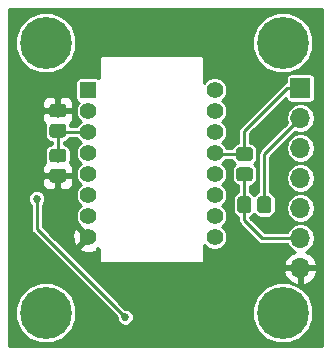
<source format=gbr>
G04 #@! TF.GenerationSoftware,KiCad,Pcbnew,(5.0.0-rc3-dev)*
G04 #@! TF.CreationDate,2018-07-03T21:02:48+03:00*
G04 #@! TF.ProjectId,board,626F6172642E6B696361645F70636200,v0.1*
G04 #@! TF.SameCoordinates,Original*
G04 #@! TF.FileFunction,Copper,L1,Top,Signal*
G04 #@! TF.FilePolarity,Positive*
%FSLAX46Y46*%
G04 Gerber Fmt 4.6, Leading zero omitted, Abs format (unit mm)*
G04 Created by KiCad (PCBNEW (5.0.0-rc3-dev)) date Tue Jul  3 21:02:48 2018*
%MOMM*%
%LPD*%
G01*
G04 APERTURE LIST*
G04 #@! TA.AperFunction,ComponentPad*
%ADD10C,0.700000*%
G04 #@! TD*
G04 #@! TA.AperFunction,ComponentPad*
%ADD11C,4.400000*%
G04 #@! TD*
G04 #@! TA.AperFunction,Conductor*
%ADD12C,0.100000*%
G04 #@! TD*
G04 #@! TA.AperFunction,SMDPad,CuDef*
%ADD13C,1.150000*%
G04 #@! TD*
G04 #@! TA.AperFunction,ComponentPad*
%ADD14R,1.700000X1.700000*%
G04 #@! TD*
G04 #@! TA.AperFunction,ComponentPad*
%ADD15O,1.700000X1.700000*%
G04 #@! TD*
G04 #@! TA.AperFunction,ComponentPad*
%ADD16C,1.400000*%
G04 #@! TD*
G04 #@! TA.AperFunction,ComponentPad*
%ADD17R,1.400000X1.400000*%
G04 #@! TD*
G04 #@! TA.AperFunction,ViaPad*
%ADD18C,0.685800*%
G04 #@! TD*
G04 #@! TA.AperFunction,Conductor*
%ADD19C,0.254000*%
G04 #@! TD*
G04 APERTURE END LIST*
D10*
G04 #@! TO.P,J6,1*
G04 #@! TO.N,Net-(J6-Pad1)*
X140612726Y-48363274D03*
X139446000Y-47880000D03*
X138279274Y-48363274D03*
X137796000Y-49530000D03*
X138279274Y-50696726D03*
X139446000Y-51180000D03*
X140612726Y-50696726D03*
X141096000Y-49530000D03*
D11*
X139446000Y-49530000D03*
G04 #@! TD*
G04 #@! TO.P,J5,1*
G04 #@! TO.N,Net-(J5-Pad1)*
X139446000Y-72390000D03*
D10*
X141096000Y-72390000D03*
X140612726Y-73556726D03*
X139446000Y-74040000D03*
X138279274Y-73556726D03*
X137796000Y-72390000D03*
X138279274Y-71223274D03*
X139446000Y-70740000D03*
X140612726Y-71223274D03*
G04 #@! TD*
G04 #@! TO.P,J4,1*
G04 #@! TO.N,Net-(J4-Pad1)*
X120546726Y-48363274D03*
X119380000Y-47880000D03*
X118213274Y-48363274D03*
X117730000Y-49530000D03*
X118213274Y-50696726D03*
X119380000Y-51180000D03*
X120546726Y-50696726D03*
X121030000Y-49530000D03*
D11*
X119380000Y-49530000D03*
G04 #@! TD*
G04 #@! TO.P,J3,1*
G04 #@! TO.N,Net-(J3-Pad1)*
X119380000Y-72390000D03*
D10*
X121030000Y-72390000D03*
X120546726Y-73556726D03*
X119380000Y-74040000D03*
X118213274Y-73556726D03*
X117730000Y-72390000D03*
X118213274Y-71223274D03*
X119380000Y-70740000D03*
X120546726Y-71223274D03*
G04 #@! TD*
D12*
G04 #@! TO.N,/MISO*
G04 #@! TO.C,R5*
G36*
X138232505Y-62547204D02*
X138256773Y-62550804D01*
X138280572Y-62556765D01*
X138303671Y-62565030D01*
X138325850Y-62575520D01*
X138346893Y-62588132D01*
X138366599Y-62602747D01*
X138384777Y-62619223D01*
X138401253Y-62637401D01*
X138415868Y-62657107D01*
X138428480Y-62678150D01*
X138438970Y-62700329D01*
X138447235Y-62723428D01*
X138453196Y-62747227D01*
X138456796Y-62771495D01*
X138458000Y-62795999D01*
X138458000Y-63696001D01*
X138456796Y-63720505D01*
X138453196Y-63744773D01*
X138447235Y-63768572D01*
X138438970Y-63791671D01*
X138428480Y-63813850D01*
X138415868Y-63834893D01*
X138401253Y-63854599D01*
X138384777Y-63872777D01*
X138366599Y-63889253D01*
X138346893Y-63903868D01*
X138325850Y-63916480D01*
X138303671Y-63926970D01*
X138280572Y-63935235D01*
X138256773Y-63941196D01*
X138232505Y-63944796D01*
X138208001Y-63946000D01*
X137557999Y-63946000D01*
X137533495Y-63944796D01*
X137509227Y-63941196D01*
X137485428Y-63935235D01*
X137462329Y-63926970D01*
X137440150Y-63916480D01*
X137419107Y-63903868D01*
X137399401Y-63889253D01*
X137381223Y-63872777D01*
X137364747Y-63854599D01*
X137350132Y-63834893D01*
X137337520Y-63813850D01*
X137327030Y-63791671D01*
X137318765Y-63768572D01*
X137312804Y-63744773D01*
X137309204Y-63720505D01*
X137308000Y-63696001D01*
X137308000Y-62795999D01*
X137309204Y-62771495D01*
X137312804Y-62747227D01*
X137318765Y-62723428D01*
X137327030Y-62700329D01*
X137337520Y-62678150D01*
X137350132Y-62657107D01*
X137364747Y-62637401D01*
X137381223Y-62619223D01*
X137399401Y-62602747D01*
X137419107Y-62588132D01*
X137440150Y-62575520D01*
X137462329Y-62565030D01*
X137485428Y-62556765D01*
X137509227Y-62550804D01*
X137533495Y-62547204D01*
X137557999Y-62546000D01*
X138208001Y-62546000D01*
X138232505Y-62547204D01*
X138232505Y-62547204D01*
G37*
D13*
G04 #@! TD*
G04 #@! TO.P,R5,1*
G04 #@! TO.N,/MISO*
X137883000Y-63246000D03*
D12*
G04 #@! TO.N,+3V3*
G04 #@! TO.C,R5*
G36*
X136532505Y-62547204D02*
X136556773Y-62550804D01*
X136580572Y-62556765D01*
X136603671Y-62565030D01*
X136625850Y-62575520D01*
X136646893Y-62588132D01*
X136666599Y-62602747D01*
X136684777Y-62619223D01*
X136701253Y-62637401D01*
X136715868Y-62657107D01*
X136728480Y-62678150D01*
X136738970Y-62700329D01*
X136747235Y-62723428D01*
X136753196Y-62747227D01*
X136756796Y-62771495D01*
X136758000Y-62795999D01*
X136758000Y-63696001D01*
X136756796Y-63720505D01*
X136753196Y-63744773D01*
X136747235Y-63768572D01*
X136738970Y-63791671D01*
X136728480Y-63813850D01*
X136715868Y-63834893D01*
X136701253Y-63854599D01*
X136684777Y-63872777D01*
X136666599Y-63889253D01*
X136646893Y-63903868D01*
X136625850Y-63916480D01*
X136603671Y-63926970D01*
X136580572Y-63935235D01*
X136556773Y-63941196D01*
X136532505Y-63944796D01*
X136508001Y-63946000D01*
X135857999Y-63946000D01*
X135833495Y-63944796D01*
X135809227Y-63941196D01*
X135785428Y-63935235D01*
X135762329Y-63926970D01*
X135740150Y-63916480D01*
X135719107Y-63903868D01*
X135699401Y-63889253D01*
X135681223Y-63872777D01*
X135664747Y-63854599D01*
X135650132Y-63834893D01*
X135637520Y-63813850D01*
X135627030Y-63791671D01*
X135618765Y-63768572D01*
X135612804Y-63744773D01*
X135609204Y-63720505D01*
X135608000Y-63696001D01*
X135608000Y-62795999D01*
X135609204Y-62771495D01*
X135612804Y-62747227D01*
X135618765Y-62723428D01*
X135627030Y-62700329D01*
X135637520Y-62678150D01*
X135650132Y-62657107D01*
X135664747Y-62637401D01*
X135681223Y-62619223D01*
X135699401Y-62602747D01*
X135719107Y-62588132D01*
X135740150Y-62575520D01*
X135762329Y-62565030D01*
X135785428Y-62556765D01*
X135809227Y-62550804D01*
X135833495Y-62547204D01*
X135857999Y-62546000D01*
X136508001Y-62546000D01*
X136532505Y-62547204D01*
X136532505Y-62547204D01*
G37*
D13*
G04 #@! TD*
G04 #@! TO.P,R5,2*
G04 #@! TO.N,+3V3*
X136183000Y-63246000D03*
D14*
G04 #@! TO.P,J2,1*
G04 #@! TO.N,/SS*
X140944600Y-53365400D03*
D15*
G04 #@! TO.P,J2,2*
G04 #@! TO.N,/MISO*
X140944600Y-55905400D03*
G04 #@! TO.P,J2,3*
G04 #@! TO.N,/MOSI*
X140944600Y-58445400D03*
G04 #@! TO.P,J2,4*
G04 #@! TO.N,/SCLK*
X140944600Y-60985400D03*
G04 #@! TO.P,J2,5*
G04 #@! TO.N,/MOTION*
X140944600Y-63525400D03*
G04 #@! TO.P,J2,6*
G04 #@! TO.N,+3V3*
X140944600Y-66065400D03*
G04 #@! TO.P,J2,7*
G04 #@! TO.N,GND*
X140944600Y-68605400D03*
G04 #@! TD*
D16*
G04 #@! TO.P,J1,9*
G04 #@! TO.N,/MOTION*
X133686800Y-66003200D03*
D17*
G04 #@! TO.P,J1,1*
G04 #@! TO.N,Net-(J1-Pad1)*
X122986800Y-53543200D03*
D16*
G04 #@! TO.P,J1,10*
G04 #@! TO.N,/SCLK*
X133686800Y-64223200D03*
G04 #@! TO.P,J1,2*
G04 #@! TO.N,Net-(J1-Pad2)*
X122986800Y-55323200D03*
G04 #@! TO.P,J1,11*
G04 #@! TO.N,/MOSI*
X133686800Y-62443200D03*
G04 #@! TO.P,J1,3*
G04 #@! TO.N,Net-(C1-Pad1)*
X122986800Y-57103200D03*
G04 #@! TO.P,J1,12*
G04 #@! TO.N,Net-(J1-Pad12)*
X133686800Y-60663200D03*
G04 #@! TO.P,J1,4*
G04 #@! TO.N,1.9V*
X122986800Y-58883200D03*
G04 #@! TO.P,J1,13*
G04 #@! TO.N,/SS*
X133686800Y-58883200D03*
G04 #@! TO.P,J1,5*
G04 #@! TO.N,+3V3*
X122986800Y-60663200D03*
G04 #@! TO.P,J1,14*
G04 #@! TO.N,Net-(J1-Pad14)*
X133686800Y-57103200D03*
G04 #@! TO.P,J1,6*
G04 #@! TO.N,Net-(J1-Pad6)*
X122986800Y-62443200D03*
G04 #@! TO.P,J1,15*
G04 #@! TO.N,/LED_P*
X133686800Y-55323200D03*
G04 #@! TO.P,J1,7*
G04 #@! TO.N,/RESET*
X122986800Y-64223200D03*
G04 #@! TO.P,J1,16*
G04 #@! TO.N,Net-(J1-Pad16)*
X133686800Y-53543200D03*
G04 #@! TO.P,J1,8*
G04 #@! TO.N,GND*
X122986800Y-66003200D03*
G04 #@! TD*
D12*
G04 #@! TO.N,GND*
G04 #@! TO.C,C2*
G36*
X120870505Y-60220204D02*
X120894773Y-60223804D01*
X120918572Y-60229765D01*
X120941671Y-60238030D01*
X120963850Y-60248520D01*
X120984893Y-60261132D01*
X121004599Y-60275747D01*
X121022777Y-60292223D01*
X121039253Y-60310401D01*
X121053868Y-60330107D01*
X121066480Y-60351150D01*
X121076970Y-60373329D01*
X121085235Y-60396428D01*
X121091196Y-60420227D01*
X121094796Y-60444495D01*
X121096000Y-60468999D01*
X121096000Y-61119001D01*
X121094796Y-61143505D01*
X121091196Y-61167773D01*
X121085235Y-61191572D01*
X121076970Y-61214671D01*
X121066480Y-61236850D01*
X121053868Y-61257893D01*
X121039253Y-61277599D01*
X121022777Y-61295777D01*
X121004599Y-61312253D01*
X120984893Y-61326868D01*
X120963850Y-61339480D01*
X120941671Y-61349970D01*
X120918572Y-61358235D01*
X120894773Y-61364196D01*
X120870505Y-61367796D01*
X120846001Y-61369000D01*
X119945999Y-61369000D01*
X119921495Y-61367796D01*
X119897227Y-61364196D01*
X119873428Y-61358235D01*
X119850329Y-61349970D01*
X119828150Y-61339480D01*
X119807107Y-61326868D01*
X119787401Y-61312253D01*
X119769223Y-61295777D01*
X119752747Y-61277599D01*
X119738132Y-61257893D01*
X119725520Y-61236850D01*
X119715030Y-61214671D01*
X119706765Y-61191572D01*
X119700804Y-61167773D01*
X119697204Y-61143505D01*
X119696000Y-61119001D01*
X119696000Y-60468999D01*
X119697204Y-60444495D01*
X119700804Y-60420227D01*
X119706765Y-60396428D01*
X119715030Y-60373329D01*
X119725520Y-60351150D01*
X119738132Y-60330107D01*
X119752747Y-60310401D01*
X119769223Y-60292223D01*
X119787401Y-60275747D01*
X119807107Y-60261132D01*
X119828150Y-60248520D01*
X119850329Y-60238030D01*
X119873428Y-60229765D01*
X119897227Y-60223804D01*
X119921495Y-60220204D01*
X119945999Y-60219000D01*
X120846001Y-60219000D01*
X120870505Y-60220204D01*
X120870505Y-60220204D01*
G37*
D13*
G04 #@! TD*
G04 #@! TO.P,C2,2*
G04 #@! TO.N,GND*
X120396000Y-60794000D03*
D12*
G04 #@! TO.N,Net-(C1-Pad1)*
G04 #@! TO.C,C2*
G36*
X120870505Y-58520204D02*
X120894773Y-58523804D01*
X120918572Y-58529765D01*
X120941671Y-58538030D01*
X120963850Y-58548520D01*
X120984893Y-58561132D01*
X121004599Y-58575747D01*
X121022777Y-58592223D01*
X121039253Y-58610401D01*
X121053868Y-58630107D01*
X121066480Y-58651150D01*
X121076970Y-58673329D01*
X121085235Y-58696428D01*
X121091196Y-58720227D01*
X121094796Y-58744495D01*
X121096000Y-58768999D01*
X121096000Y-59419001D01*
X121094796Y-59443505D01*
X121091196Y-59467773D01*
X121085235Y-59491572D01*
X121076970Y-59514671D01*
X121066480Y-59536850D01*
X121053868Y-59557893D01*
X121039253Y-59577599D01*
X121022777Y-59595777D01*
X121004599Y-59612253D01*
X120984893Y-59626868D01*
X120963850Y-59639480D01*
X120941671Y-59649970D01*
X120918572Y-59658235D01*
X120894773Y-59664196D01*
X120870505Y-59667796D01*
X120846001Y-59669000D01*
X119945999Y-59669000D01*
X119921495Y-59667796D01*
X119897227Y-59664196D01*
X119873428Y-59658235D01*
X119850329Y-59649970D01*
X119828150Y-59639480D01*
X119807107Y-59626868D01*
X119787401Y-59612253D01*
X119769223Y-59595777D01*
X119752747Y-59577599D01*
X119738132Y-59557893D01*
X119725520Y-59536850D01*
X119715030Y-59514671D01*
X119706765Y-59491572D01*
X119700804Y-59467773D01*
X119697204Y-59443505D01*
X119696000Y-59419001D01*
X119696000Y-58768999D01*
X119697204Y-58744495D01*
X119700804Y-58720227D01*
X119706765Y-58696428D01*
X119715030Y-58673329D01*
X119725520Y-58651150D01*
X119738132Y-58630107D01*
X119752747Y-58610401D01*
X119769223Y-58592223D01*
X119787401Y-58575747D01*
X119807107Y-58561132D01*
X119828150Y-58548520D01*
X119850329Y-58538030D01*
X119873428Y-58529765D01*
X119897227Y-58523804D01*
X119921495Y-58520204D01*
X119945999Y-58519000D01*
X120846001Y-58519000D01*
X120870505Y-58520204D01*
X120870505Y-58520204D01*
G37*
D13*
G04 #@! TD*
G04 #@! TO.P,C2,1*
G04 #@! TO.N,Net-(C1-Pad1)*
X120396000Y-59094000D03*
D12*
G04 #@! TO.N,Net-(C1-Pad1)*
G04 #@! TO.C,C1*
G36*
X120870505Y-56410204D02*
X120894773Y-56413804D01*
X120918572Y-56419765D01*
X120941671Y-56428030D01*
X120963850Y-56438520D01*
X120984893Y-56451132D01*
X121004599Y-56465747D01*
X121022777Y-56482223D01*
X121039253Y-56500401D01*
X121053868Y-56520107D01*
X121066480Y-56541150D01*
X121076970Y-56563329D01*
X121085235Y-56586428D01*
X121091196Y-56610227D01*
X121094796Y-56634495D01*
X121096000Y-56658999D01*
X121096000Y-57309001D01*
X121094796Y-57333505D01*
X121091196Y-57357773D01*
X121085235Y-57381572D01*
X121076970Y-57404671D01*
X121066480Y-57426850D01*
X121053868Y-57447893D01*
X121039253Y-57467599D01*
X121022777Y-57485777D01*
X121004599Y-57502253D01*
X120984893Y-57516868D01*
X120963850Y-57529480D01*
X120941671Y-57539970D01*
X120918572Y-57548235D01*
X120894773Y-57554196D01*
X120870505Y-57557796D01*
X120846001Y-57559000D01*
X119945999Y-57559000D01*
X119921495Y-57557796D01*
X119897227Y-57554196D01*
X119873428Y-57548235D01*
X119850329Y-57539970D01*
X119828150Y-57529480D01*
X119807107Y-57516868D01*
X119787401Y-57502253D01*
X119769223Y-57485777D01*
X119752747Y-57467599D01*
X119738132Y-57447893D01*
X119725520Y-57426850D01*
X119715030Y-57404671D01*
X119706765Y-57381572D01*
X119700804Y-57357773D01*
X119697204Y-57333505D01*
X119696000Y-57309001D01*
X119696000Y-56658999D01*
X119697204Y-56634495D01*
X119700804Y-56610227D01*
X119706765Y-56586428D01*
X119715030Y-56563329D01*
X119725520Y-56541150D01*
X119738132Y-56520107D01*
X119752747Y-56500401D01*
X119769223Y-56482223D01*
X119787401Y-56465747D01*
X119807107Y-56451132D01*
X119828150Y-56438520D01*
X119850329Y-56428030D01*
X119873428Y-56419765D01*
X119897227Y-56413804D01*
X119921495Y-56410204D01*
X119945999Y-56409000D01*
X120846001Y-56409000D01*
X120870505Y-56410204D01*
X120870505Y-56410204D01*
G37*
D13*
G04 #@! TD*
G04 #@! TO.P,C1,1*
G04 #@! TO.N,Net-(C1-Pad1)*
X120396000Y-56984000D03*
D12*
G04 #@! TO.N,GND*
G04 #@! TO.C,C1*
G36*
X120870505Y-54710204D02*
X120894773Y-54713804D01*
X120918572Y-54719765D01*
X120941671Y-54728030D01*
X120963850Y-54738520D01*
X120984893Y-54751132D01*
X121004599Y-54765747D01*
X121022777Y-54782223D01*
X121039253Y-54800401D01*
X121053868Y-54820107D01*
X121066480Y-54841150D01*
X121076970Y-54863329D01*
X121085235Y-54886428D01*
X121091196Y-54910227D01*
X121094796Y-54934495D01*
X121096000Y-54958999D01*
X121096000Y-55609001D01*
X121094796Y-55633505D01*
X121091196Y-55657773D01*
X121085235Y-55681572D01*
X121076970Y-55704671D01*
X121066480Y-55726850D01*
X121053868Y-55747893D01*
X121039253Y-55767599D01*
X121022777Y-55785777D01*
X121004599Y-55802253D01*
X120984893Y-55816868D01*
X120963850Y-55829480D01*
X120941671Y-55839970D01*
X120918572Y-55848235D01*
X120894773Y-55854196D01*
X120870505Y-55857796D01*
X120846001Y-55859000D01*
X119945999Y-55859000D01*
X119921495Y-55857796D01*
X119897227Y-55854196D01*
X119873428Y-55848235D01*
X119850329Y-55839970D01*
X119828150Y-55829480D01*
X119807107Y-55816868D01*
X119787401Y-55802253D01*
X119769223Y-55785777D01*
X119752747Y-55767599D01*
X119738132Y-55747893D01*
X119725520Y-55726850D01*
X119715030Y-55704671D01*
X119706765Y-55681572D01*
X119700804Y-55657773D01*
X119697204Y-55633505D01*
X119696000Y-55609001D01*
X119696000Y-54958999D01*
X119697204Y-54934495D01*
X119700804Y-54910227D01*
X119706765Y-54886428D01*
X119715030Y-54863329D01*
X119725520Y-54841150D01*
X119738132Y-54820107D01*
X119752747Y-54800401D01*
X119769223Y-54782223D01*
X119787401Y-54765747D01*
X119807107Y-54751132D01*
X119828150Y-54738520D01*
X119850329Y-54728030D01*
X119873428Y-54719765D01*
X119897227Y-54713804D01*
X119921495Y-54710204D01*
X119945999Y-54709000D01*
X120846001Y-54709000D01*
X120870505Y-54710204D01*
X120870505Y-54710204D01*
G37*
D13*
G04 #@! TD*
G04 #@! TO.P,C1,2*
G04 #@! TO.N,GND*
X120396000Y-55284000D03*
D12*
G04 #@! TO.N,/SS*
G04 #@! TO.C,R1*
G36*
X136682005Y-58393204D02*
X136706273Y-58396804D01*
X136730072Y-58402765D01*
X136753171Y-58411030D01*
X136775350Y-58421520D01*
X136796393Y-58434132D01*
X136816099Y-58448747D01*
X136834277Y-58465223D01*
X136850753Y-58483401D01*
X136865368Y-58503107D01*
X136877980Y-58524150D01*
X136888470Y-58546329D01*
X136896735Y-58569428D01*
X136902696Y-58593227D01*
X136906296Y-58617495D01*
X136907500Y-58641999D01*
X136907500Y-59292001D01*
X136906296Y-59316505D01*
X136902696Y-59340773D01*
X136896735Y-59364572D01*
X136888470Y-59387671D01*
X136877980Y-59409850D01*
X136865368Y-59430893D01*
X136850753Y-59450599D01*
X136834277Y-59468777D01*
X136816099Y-59485253D01*
X136796393Y-59499868D01*
X136775350Y-59512480D01*
X136753171Y-59522970D01*
X136730072Y-59531235D01*
X136706273Y-59537196D01*
X136682005Y-59540796D01*
X136657501Y-59542000D01*
X135757499Y-59542000D01*
X135732995Y-59540796D01*
X135708727Y-59537196D01*
X135684928Y-59531235D01*
X135661829Y-59522970D01*
X135639650Y-59512480D01*
X135618607Y-59499868D01*
X135598901Y-59485253D01*
X135580723Y-59468777D01*
X135564247Y-59450599D01*
X135549632Y-59430893D01*
X135537020Y-59409850D01*
X135526530Y-59387671D01*
X135518265Y-59364572D01*
X135512304Y-59340773D01*
X135508704Y-59316505D01*
X135507500Y-59292001D01*
X135507500Y-58641999D01*
X135508704Y-58617495D01*
X135512304Y-58593227D01*
X135518265Y-58569428D01*
X135526530Y-58546329D01*
X135537020Y-58524150D01*
X135549632Y-58503107D01*
X135564247Y-58483401D01*
X135580723Y-58465223D01*
X135598901Y-58448747D01*
X135618607Y-58434132D01*
X135639650Y-58421520D01*
X135661829Y-58411030D01*
X135684928Y-58402765D01*
X135708727Y-58396804D01*
X135732995Y-58393204D01*
X135757499Y-58392000D01*
X136657501Y-58392000D01*
X136682005Y-58393204D01*
X136682005Y-58393204D01*
G37*
D13*
G04 #@! TD*
G04 #@! TO.P,R1,1*
G04 #@! TO.N,/SS*
X136207500Y-58967000D03*
D12*
G04 #@! TO.N,+3V3*
G04 #@! TO.C,R1*
G36*
X136682005Y-60093204D02*
X136706273Y-60096804D01*
X136730072Y-60102765D01*
X136753171Y-60111030D01*
X136775350Y-60121520D01*
X136796393Y-60134132D01*
X136816099Y-60148747D01*
X136834277Y-60165223D01*
X136850753Y-60183401D01*
X136865368Y-60203107D01*
X136877980Y-60224150D01*
X136888470Y-60246329D01*
X136896735Y-60269428D01*
X136902696Y-60293227D01*
X136906296Y-60317495D01*
X136907500Y-60341999D01*
X136907500Y-60992001D01*
X136906296Y-61016505D01*
X136902696Y-61040773D01*
X136896735Y-61064572D01*
X136888470Y-61087671D01*
X136877980Y-61109850D01*
X136865368Y-61130893D01*
X136850753Y-61150599D01*
X136834277Y-61168777D01*
X136816099Y-61185253D01*
X136796393Y-61199868D01*
X136775350Y-61212480D01*
X136753171Y-61222970D01*
X136730072Y-61231235D01*
X136706273Y-61237196D01*
X136682005Y-61240796D01*
X136657501Y-61242000D01*
X135757499Y-61242000D01*
X135732995Y-61240796D01*
X135708727Y-61237196D01*
X135684928Y-61231235D01*
X135661829Y-61222970D01*
X135639650Y-61212480D01*
X135618607Y-61199868D01*
X135598901Y-61185253D01*
X135580723Y-61168777D01*
X135564247Y-61150599D01*
X135549632Y-61130893D01*
X135537020Y-61109850D01*
X135526530Y-61087671D01*
X135518265Y-61064572D01*
X135512304Y-61040773D01*
X135508704Y-61016505D01*
X135507500Y-60992001D01*
X135507500Y-60341999D01*
X135508704Y-60317495D01*
X135512304Y-60293227D01*
X135518265Y-60269428D01*
X135526530Y-60246329D01*
X135537020Y-60224150D01*
X135549632Y-60203107D01*
X135564247Y-60183401D01*
X135580723Y-60165223D01*
X135598901Y-60148747D01*
X135618607Y-60134132D01*
X135639650Y-60121520D01*
X135661829Y-60111030D01*
X135684928Y-60102765D01*
X135708727Y-60096804D01*
X135732995Y-60093204D01*
X135757499Y-60092000D01*
X136657501Y-60092000D01*
X136682005Y-60093204D01*
X136682005Y-60093204D01*
G37*
D13*
G04 #@! TD*
G04 #@! TO.P,R1,2*
G04 #@! TO.N,+3V3*
X136207500Y-60667000D03*
D18*
G04 #@! TO.N,+3V3*
X126111000Y-72771000D03*
X118618000Y-62738000D03*
G04 #@! TO.N,GND*
X133731000Y-71374000D03*
X123825000Y-73152000D03*
G04 #@! TD*
D19*
G04 #@! TO.N,+3V3*
X136183000Y-60691500D02*
X136207500Y-60667000D01*
X136183000Y-63246000D02*
X136183000Y-60691500D01*
X140944600Y-66065400D02*
X137693400Y-66065400D01*
X136183000Y-64555000D02*
X136183000Y-63246000D01*
X137693400Y-66065400D02*
X136183000Y-64555000D01*
X118491000Y-62865000D02*
X118618000Y-62738000D01*
X118618000Y-65278000D02*
X118618000Y-62738000D01*
X126111000Y-72771000D02*
X118618000Y-65278000D01*
G04 #@! TO.N,/MISO*
X137883000Y-58967000D02*
X137883000Y-63246000D01*
X140944600Y-55905400D02*
X137883000Y-58967000D01*
G04 #@! TO.N,Net-(C1-Pad1)*
X120515200Y-57103200D02*
X120396000Y-56984000D01*
X122986800Y-57103200D02*
X120515200Y-57103200D01*
X120396000Y-59094000D02*
X120396000Y-56984000D01*
G04 #@! TO.N,/SS*
X133770600Y-58967000D02*
X133686800Y-58883200D01*
X136207500Y-58967000D02*
X133770600Y-58967000D01*
X136207500Y-58292000D02*
X136207500Y-58967000D01*
X136207500Y-57002500D02*
X136207500Y-58292000D01*
X139844600Y-53365400D02*
X136207500Y-57002500D01*
X140944600Y-53365400D02*
X139844600Y-53365400D01*
G04 #@! TD*
G04 #@! TO.N,GND*
G36*
X142775001Y-75211000D02*
X116305000Y-75211000D01*
X116305000Y-71876607D01*
X116799000Y-71876607D01*
X116799000Y-72903393D01*
X117191934Y-73852019D01*
X117917981Y-74578066D01*
X118866607Y-74971000D01*
X119893393Y-74971000D01*
X120842019Y-74578066D01*
X121568066Y-73852019D01*
X121961000Y-72903393D01*
X121961000Y-71876607D01*
X121568066Y-70927981D01*
X120842019Y-70201934D01*
X119893393Y-69809000D01*
X118866607Y-69809000D01*
X117917981Y-70201934D01*
X117191934Y-70927981D01*
X116799000Y-71876607D01*
X116305000Y-71876607D01*
X116305000Y-62594007D01*
X117894100Y-62594007D01*
X117894100Y-62881993D01*
X118004307Y-63148056D01*
X118110001Y-63253750D01*
X118110000Y-65227972D01*
X118100049Y-65278000D01*
X118110000Y-65328028D01*
X118110000Y-65328031D01*
X118139475Y-65476211D01*
X118251753Y-65644247D01*
X118294168Y-65672588D01*
X125387100Y-72765521D01*
X125387100Y-72914993D01*
X125497307Y-73181056D01*
X125700944Y-73384693D01*
X125967007Y-73494900D01*
X126254993Y-73494900D01*
X126521056Y-73384693D01*
X126724693Y-73181056D01*
X126834900Y-72914993D01*
X126834900Y-72627007D01*
X126724693Y-72360944D01*
X126521056Y-72157307D01*
X126254993Y-72047100D01*
X126105521Y-72047100D01*
X125935028Y-71876607D01*
X136865000Y-71876607D01*
X136865000Y-72903393D01*
X137257934Y-73852019D01*
X137983981Y-74578066D01*
X138932607Y-74971000D01*
X139959393Y-74971000D01*
X140908019Y-74578066D01*
X141634066Y-73852019D01*
X142027000Y-72903393D01*
X142027000Y-71876607D01*
X141634066Y-70927981D01*
X140908019Y-70201934D01*
X139959393Y-69809000D01*
X138932607Y-69809000D01*
X137983981Y-70201934D01*
X137257934Y-70927981D01*
X136865000Y-71876607D01*
X125935028Y-71876607D01*
X123020711Y-68962290D01*
X139503124Y-68962290D01*
X139672955Y-69372324D01*
X140063242Y-69800583D01*
X140587708Y-70046886D01*
X140817600Y-69926219D01*
X140817600Y-68732400D01*
X141071600Y-68732400D01*
X141071600Y-69926219D01*
X141301492Y-70046886D01*
X141825958Y-69800583D01*
X142216245Y-69372324D01*
X142386076Y-68962290D01*
X142264755Y-68732400D01*
X141071600Y-68732400D01*
X140817600Y-68732400D01*
X139624445Y-68732400D01*
X139503124Y-68962290D01*
X123020711Y-68962290D01*
X119868743Y-65810322D01*
X121639381Y-65810322D01*
X121668136Y-66340640D01*
X121815758Y-66697031D01*
X122051525Y-66758869D01*
X122807195Y-66003200D01*
X122051525Y-65247531D01*
X121815758Y-65309369D01*
X121639381Y-65810322D01*
X119868743Y-65810322D01*
X119126000Y-65067580D01*
X119126000Y-63253749D01*
X119231693Y-63148056D01*
X119341900Y-62881993D01*
X119341900Y-62594007D01*
X119231693Y-62327944D01*
X119028056Y-62124307D01*
X118761993Y-62014100D01*
X118474007Y-62014100D01*
X118207944Y-62124307D01*
X118004307Y-62327944D01*
X117894100Y-62594007D01*
X116305000Y-62594007D01*
X116305000Y-61079750D01*
X119061000Y-61079750D01*
X119061000Y-61495309D01*
X119157673Y-61728698D01*
X119336301Y-61907327D01*
X119569690Y-62004000D01*
X120110250Y-62004000D01*
X120269000Y-61845250D01*
X120269000Y-60921000D01*
X120523000Y-60921000D01*
X120523000Y-61845250D01*
X120681750Y-62004000D01*
X121222310Y-62004000D01*
X121455699Y-61907327D01*
X121634327Y-61728698D01*
X121731000Y-61495309D01*
X121731000Y-61079750D01*
X121572250Y-60921000D01*
X120523000Y-60921000D01*
X120269000Y-60921000D01*
X119219750Y-60921000D01*
X119061000Y-61079750D01*
X116305000Y-61079750D01*
X116305000Y-55569750D01*
X119061000Y-55569750D01*
X119061000Y-55985309D01*
X119157673Y-56218698D01*
X119336301Y-56397327D01*
X119360912Y-56407521D01*
X119356136Y-56414670D01*
X119307536Y-56658999D01*
X119307536Y-57309001D01*
X119356136Y-57553330D01*
X119494537Y-57760463D01*
X119701670Y-57898864D01*
X119888001Y-57935927D01*
X119888000Y-58142073D01*
X119701670Y-58179136D01*
X119494537Y-58317537D01*
X119356136Y-58524670D01*
X119307536Y-58768999D01*
X119307536Y-59419001D01*
X119356136Y-59663330D01*
X119360912Y-59670479D01*
X119336301Y-59680673D01*
X119157673Y-59859302D01*
X119061000Y-60092691D01*
X119061000Y-60508250D01*
X119219750Y-60667000D01*
X120269000Y-60667000D01*
X120269000Y-60647000D01*
X120523000Y-60647000D01*
X120523000Y-60667000D01*
X121572250Y-60667000D01*
X121731000Y-60508250D01*
X121731000Y-60092691D01*
X121634327Y-59859302D01*
X121455699Y-59680673D01*
X121431088Y-59670479D01*
X121435864Y-59663330D01*
X121484464Y-59419001D01*
X121484464Y-58768999D01*
X121435864Y-58524670D01*
X121297463Y-58317537D01*
X121090330Y-58179136D01*
X120904000Y-58142073D01*
X120904000Y-57935927D01*
X121090330Y-57898864D01*
X121297463Y-57760463D01*
X121397197Y-57611200D01*
X122027154Y-57611200D01*
X122070372Y-57715537D01*
X122348035Y-57993200D01*
X122070372Y-58270863D01*
X121905800Y-58668176D01*
X121905800Y-59098224D01*
X122070372Y-59495537D01*
X122348035Y-59773200D01*
X122070372Y-60050863D01*
X121905800Y-60448176D01*
X121905800Y-60878224D01*
X122070372Y-61275537D01*
X122348035Y-61553200D01*
X122070372Y-61830863D01*
X121905800Y-62228176D01*
X121905800Y-62658224D01*
X122070372Y-63055537D01*
X122348035Y-63333200D01*
X122070372Y-63610863D01*
X121905800Y-64008176D01*
X121905800Y-64438224D01*
X122070372Y-64835537D01*
X122246014Y-65011179D01*
X122231131Y-65067925D01*
X122986800Y-65823595D01*
X123000942Y-65809452D01*
X123180548Y-65989058D01*
X123166405Y-66003200D01*
X123180548Y-66017342D01*
X123000942Y-66196948D01*
X122986800Y-66182805D01*
X122231131Y-66938475D01*
X122292969Y-67174242D01*
X122793922Y-67350619D01*
X123324240Y-67321864D01*
X123680631Y-67174242D01*
X123742469Y-66938477D01*
X123857718Y-67053726D01*
X123884801Y-67026643D01*
X123884801Y-68008229D01*
X123881823Y-68023200D01*
X123893620Y-68082507D01*
X123927215Y-68132785D01*
X123977493Y-68166380D01*
X124021834Y-68175200D01*
X124036800Y-68178177D01*
X124051766Y-68175200D01*
X132621834Y-68175200D01*
X132636800Y-68178177D01*
X132651766Y-68175200D01*
X132696107Y-68166380D01*
X132746385Y-68132785D01*
X132779980Y-68082507D01*
X132791777Y-68023200D01*
X132788800Y-68008234D01*
X132788800Y-66633965D01*
X133074463Y-66919628D01*
X133471776Y-67084200D01*
X133901824Y-67084200D01*
X134299137Y-66919628D01*
X134603228Y-66615537D01*
X134767800Y-66218224D01*
X134767800Y-65788176D01*
X134603228Y-65390863D01*
X134325565Y-65113200D01*
X134603228Y-64835537D01*
X134767800Y-64438224D01*
X134767800Y-64008176D01*
X134603228Y-63610863D01*
X134325565Y-63333200D01*
X134603228Y-63055537D01*
X134767800Y-62658224D01*
X134767800Y-62228176D01*
X134603228Y-61830863D01*
X134325565Y-61553200D01*
X134603228Y-61275537D01*
X134767800Y-60878224D01*
X134767800Y-60448176D01*
X134603228Y-60050863D01*
X134325565Y-59773200D01*
X134603228Y-59495537D01*
X134611735Y-59475000D01*
X135155437Y-59475000D01*
X135167636Y-59536330D01*
X135306037Y-59743463D01*
X135416094Y-59817000D01*
X135306037Y-59890537D01*
X135167636Y-60097670D01*
X135119036Y-60341999D01*
X135119036Y-60992001D01*
X135167636Y-61236330D01*
X135306037Y-61443463D01*
X135513170Y-61581864D01*
X135675001Y-61614054D01*
X135675000Y-62193937D01*
X135613670Y-62206136D01*
X135406537Y-62344537D01*
X135268136Y-62551670D01*
X135219536Y-62795999D01*
X135219536Y-63696001D01*
X135268136Y-63940330D01*
X135406537Y-64147463D01*
X135613670Y-64285864D01*
X135675000Y-64298063D01*
X135675000Y-64504972D01*
X135665049Y-64555000D01*
X135675000Y-64605028D01*
X135675000Y-64605031D01*
X135704475Y-64753211D01*
X135816753Y-64921247D01*
X135859168Y-64949588D01*
X137298814Y-66389235D01*
X137327153Y-66431647D01*
X137369565Y-66459986D01*
X137369567Y-66459988D01*
X137495188Y-66543925D01*
X137643368Y-66573400D01*
X137643371Y-66573400D01*
X137693399Y-66583351D01*
X137743427Y-66573400D01*
X139803525Y-66573400D01*
X140057099Y-66952901D01*
X140461563Y-67223155D01*
X140063242Y-67410217D01*
X139672955Y-67838476D01*
X139503124Y-68248510D01*
X139624445Y-68478400D01*
X140817600Y-68478400D01*
X140817600Y-68458400D01*
X141071600Y-68458400D01*
X141071600Y-68478400D01*
X142264755Y-68478400D01*
X142386076Y-68248510D01*
X142216245Y-67838476D01*
X141825958Y-67410217D01*
X141427637Y-67223155D01*
X141832101Y-66952901D01*
X142104176Y-66545712D01*
X142199716Y-66065400D01*
X142104176Y-65585088D01*
X141832101Y-65177899D01*
X141424912Y-64905824D01*
X141065839Y-64834400D01*
X140823361Y-64834400D01*
X140464288Y-64905824D01*
X140057099Y-65177899D01*
X139803525Y-65557400D01*
X137903821Y-65557400D01*
X136691000Y-64344580D01*
X136691000Y-64298063D01*
X136752330Y-64285864D01*
X136959463Y-64147463D01*
X137033000Y-64037406D01*
X137106537Y-64147463D01*
X137313670Y-64285864D01*
X137557999Y-64334464D01*
X138208001Y-64334464D01*
X138452330Y-64285864D01*
X138659463Y-64147463D01*
X138797864Y-63940330D01*
X138846464Y-63696001D01*
X138846464Y-63525400D01*
X139689484Y-63525400D01*
X139785024Y-64005712D01*
X140057099Y-64412901D01*
X140464288Y-64684976D01*
X140823361Y-64756400D01*
X141065839Y-64756400D01*
X141424912Y-64684976D01*
X141832101Y-64412901D01*
X142104176Y-64005712D01*
X142199716Y-63525400D01*
X142104176Y-63045088D01*
X141832101Y-62637899D01*
X141424912Y-62365824D01*
X141065839Y-62294400D01*
X140823361Y-62294400D01*
X140464288Y-62365824D01*
X140057099Y-62637899D01*
X139785024Y-63045088D01*
X139689484Y-63525400D01*
X138846464Y-63525400D01*
X138846464Y-62795999D01*
X138797864Y-62551670D01*
X138659463Y-62344537D01*
X138452330Y-62206136D01*
X138391000Y-62193937D01*
X138391000Y-60985400D01*
X139689484Y-60985400D01*
X139785024Y-61465712D01*
X140057099Y-61872901D01*
X140464288Y-62144976D01*
X140823361Y-62216400D01*
X141065839Y-62216400D01*
X141424912Y-62144976D01*
X141832101Y-61872901D01*
X142104176Y-61465712D01*
X142199716Y-60985400D01*
X142104176Y-60505088D01*
X141832101Y-60097899D01*
X141424912Y-59825824D01*
X141065839Y-59754400D01*
X140823361Y-59754400D01*
X140464288Y-59825824D01*
X140057099Y-60097899D01*
X139785024Y-60505088D01*
X139689484Y-60985400D01*
X138391000Y-60985400D01*
X138391000Y-59177420D01*
X139123020Y-58445400D01*
X139689484Y-58445400D01*
X139785024Y-58925712D01*
X140057099Y-59332901D01*
X140464288Y-59604976D01*
X140823361Y-59676400D01*
X141065839Y-59676400D01*
X141424912Y-59604976D01*
X141832101Y-59332901D01*
X142104176Y-58925712D01*
X142199716Y-58445400D01*
X142104176Y-57965088D01*
X141832101Y-57557899D01*
X141424912Y-57285824D01*
X141065839Y-57214400D01*
X140823361Y-57214400D01*
X140464288Y-57285824D01*
X140057099Y-57557899D01*
X139785024Y-57965088D01*
X139689484Y-58445400D01*
X139123020Y-58445400D01*
X140496948Y-57071473D01*
X140823361Y-57136400D01*
X141065839Y-57136400D01*
X141424912Y-57064976D01*
X141832101Y-56792901D01*
X142104176Y-56385712D01*
X142199716Y-55905400D01*
X142104176Y-55425088D01*
X141832101Y-55017899D01*
X141424912Y-54745824D01*
X141065839Y-54674400D01*
X140823361Y-54674400D01*
X140464288Y-54745824D01*
X140057099Y-55017899D01*
X139785024Y-55425088D01*
X139689484Y-55905400D01*
X139778527Y-56353052D01*
X137559168Y-58572412D01*
X137516753Y-58600753D01*
X137404475Y-58768789D01*
X137375000Y-58916969D01*
X137375000Y-58916972D01*
X137365049Y-58967000D01*
X137375000Y-59017028D01*
X137375001Y-62193937D01*
X137313670Y-62206136D01*
X137106537Y-62344537D01*
X137033000Y-62454594D01*
X136959463Y-62344537D01*
X136752330Y-62206136D01*
X136691000Y-62193937D01*
X136691000Y-61623801D01*
X136901830Y-61581864D01*
X137108963Y-61443463D01*
X137247364Y-61236330D01*
X137295964Y-60992001D01*
X137295964Y-60341999D01*
X137247364Y-60097670D01*
X137108963Y-59890537D01*
X136998906Y-59817000D01*
X137108963Y-59743463D01*
X137247364Y-59536330D01*
X137295964Y-59292001D01*
X137295964Y-58641999D01*
X137247364Y-58397670D01*
X137108963Y-58190537D01*
X136901830Y-58052136D01*
X136715500Y-58015073D01*
X136715500Y-57212920D01*
X139707278Y-54221143D01*
X139735706Y-54364059D01*
X139819914Y-54490086D01*
X139945941Y-54574294D01*
X140094600Y-54603864D01*
X141794600Y-54603864D01*
X141943259Y-54574294D01*
X142069286Y-54490086D01*
X142153494Y-54364059D01*
X142183064Y-54215400D01*
X142183064Y-52515400D01*
X142153494Y-52366741D01*
X142069286Y-52240714D01*
X141943259Y-52156506D01*
X141794600Y-52126936D01*
X140094600Y-52126936D01*
X139945941Y-52156506D01*
X139819914Y-52240714D01*
X139735706Y-52366741D01*
X139706136Y-52515400D01*
X139706136Y-52874990D01*
X139646388Y-52886875D01*
X139520767Y-52970812D01*
X139520765Y-52970814D01*
X139478353Y-52999153D01*
X139450014Y-53041565D01*
X135883668Y-56607912D01*
X135841253Y-56636253D01*
X135728975Y-56804289D01*
X135699500Y-56952469D01*
X135699500Y-56952472D01*
X135689549Y-57002500D01*
X135699500Y-57052528D01*
X135699501Y-58015073D01*
X135513170Y-58052136D01*
X135306037Y-58190537D01*
X135167636Y-58397670D01*
X135155437Y-58459000D01*
X134681157Y-58459000D01*
X134603228Y-58270863D01*
X134325565Y-57993200D01*
X134603228Y-57715537D01*
X134767800Y-57318224D01*
X134767800Y-56888176D01*
X134603228Y-56490863D01*
X134325565Y-56213200D01*
X134603228Y-55935537D01*
X134767800Y-55538224D01*
X134767800Y-55108176D01*
X134603228Y-54710863D01*
X134325565Y-54433200D01*
X134603228Y-54155537D01*
X134767800Y-53758224D01*
X134767800Y-53328176D01*
X134603228Y-52930863D01*
X134299137Y-52626772D01*
X133901824Y-52462200D01*
X133471776Y-52462200D01*
X133074463Y-52626772D01*
X132788800Y-52912435D01*
X132788800Y-50778166D01*
X132791777Y-50763200D01*
X132779980Y-50703893D01*
X132746385Y-50653615D01*
X132696107Y-50620020D01*
X132651766Y-50611200D01*
X132636800Y-50608223D01*
X132621834Y-50611200D01*
X124051766Y-50611200D01*
X124036800Y-50608223D01*
X124021834Y-50611200D01*
X123977493Y-50620020D01*
X123927215Y-50653615D01*
X123893620Y-50703893D01*
X123881823Y-50763200D01*
X123884800Y-50778166D01*
X123884800Y-52517274D01*
X123835459Y-52484306D01*
X123686800Y-52454736D01*
X122286800Y-52454736D01*
X122138141Y-52484306D01*
X122012114Y-52568514D01*
X121927906Y-52694541D01*
X121898336Y-52843200D01*
X121898336Y-54243200D01*
X121927906Y-54391859D01*
X122012114Y-54517886D01*
X122138141Y-54602094D01*
X122172339Y-54608896D01*
X122070372Y-54710863D01*
X121905800Y-55108176D01*
X121905800Y-55538224D01*
X122070372Y-55935537D01*
X122348035Y-56213200D01*
X122070372Y-56490863D01*
X122027154Y-56595200D01*
X121471774Y-56595200D01*
X121435864Y-56414670D01*
X121431088Y-56407521D01*
X121455699Y-56397327D01*
X121634327Y-56218698D01*
X121731000Y-55985309D01*
X121731000Y-55569750D01*
X121572250Y-55411000D01*
X120523000Y-55411000D01*
X120523000Y-55431000D01*
X120269000Y-55431000D01*
X120269000Y-55411000D01*
X119219750Y-55411000D01*
X119061000Y-55569750D01*
X116305000Y-55569750D01*
X116305000Y-54582691D01*
X119061000Y-54582691D01*
X119061000Y-54998250D01*
X119219750Y-55157000D01*
X120269000Y-55157000D01*
X120269000Y-54232750D01*
X120523000Y-54232750D01*
X120523000Y-55157000D01*
X121572250Y-55157000D01*
X121731000Y-54998250D01*
X121731000Y-54582691D01*
X121634327Y-54349302D01*
X121455699Y-54170673D01*
X121222310Y-54074000D01*
X120681750Y-54074000D01*
X120523000Y-54232750D01*
X120269000Y-54232750D01*
X120110250Y-54074000D01*
X119569690Y-54074000D01*
X119336301Y-54170673D01*
X119157673Y-54349302D01*
X119061000Y-54582691D01*
X116305000Y-54582691D01*
X116305000Y-49016607D01*
X116799000Y-49016607D01*
X116799000Y-50043393D01*
X117191934Y-50992019D01*
X117917981Y-51718066D01*
X118866607Y-52111000D01*
X119893393Y-52111000D01*
X120842019Y-51718066D01*
X121568066Y-50992019D01*
X121961000Y-50043393D01*
X121961000Y-49016607D01*
X136865000Y-49016607D01*
X136865000Y-50043393D01*
X137257934Y-50992019D01*
X137983981Y-51718066D01*
X138932607Y-52111000D01*
X139959393Y-52111000D01*
X140908019Y-51718066D01*
X141634066Y-50992019D01*
X142027000Y-50043393D01*
X142027000Y-49016607D01*
X141634066Y-48067981D01*
X140908019Y-47341934D01*
X139959393Y-46949000D01*
X138932607Y-46949000D01*
X137983981Y-47341934D01*
X137257934Y-48067981D01*
X136865000Y-49016607D01*
X121961000Y-49016607D01*
X121568066Y-48067981D01*
X120842019Y-47341934D01*
X119893393Y-46949000D01*
X118866607Y-46949000D01*
X117917981Y-47341934D01*
X117191934Y-48067981D01*
X116799000Y-49016607D01*
X116305000Y-49016607D01*
X116305000Y-46709000D01*
X142775000Y-46709000D01*
X142775001Y-75211000D01*
X142775001Y-75211000D01*
G37*
X142775001Y-75211000D02*
X116305000Y-75211000D01*
X116305000Y-71876607D01*
X116799000Y-71876607D01*
X116799000Y-72903393D01*
X117191934Y-73852019D01*
X117917981Y-74578066D01*
X118866607Y-74971000D01*
X119893393Y-74971000D01*
X120842019Y-74578066D01*
X121568066Y-73852019D01*
X121961000Y-72903393D01*
X121961000Y-71876607D01*
X121568066Y-70927981D01*
X120842019Y-70201934D01*
X119893393Y-69809000D01*
X118866607Y-69809000D01*
X117917981Y-70201934D01*
X117191934Y-70927981D01*
X116799000Y-71876607D01*
X116305000Y-71876607D01*
X116305000Y-62594007D01*
X117894100Y-62594007D01*
X117894100Y-62881993D01*
X118004307Y-63148056D01*
X118110001Y-63253750D01*
X118110000Y-65227972D01*
X118100049Y-65278000D01*
X118110000Y-65328028D01*
X118110000Y-65328031D01*
X118139475Y-65476211D01*
X118251753Y-65644247D01*
X118294168Y-65672588D01*
X125387100Y-72765521D01*
X125387100Y-72914993D01*
X125497307Y-73181056D01*
X125700944Y-73384693D01*
X125967007Y-73494900D01*
X126254993Y-73494900D01*
X126521056Y-73384693D01*
X126724693Y-73181056D01*
X126834900Y-72914993D01*
X126834900Y-72627007D01*
X126724693Y-72360944D01*
X126521056Y-72157307D01*
X126254993Y-72047100D01*
X126105521Y-72047100D01*
X125935028Y-71876607D01*
X136865000Y-71876607D01*
X136865000Y-72903393D01*
X137257934Y-73852019D01*
X137983981Y-74578066D01*
X138932607Y-74971000D01*
X139959393Y-74971000D01*
X140908019Y-74578066D01*
X141634066Y-73852019D01*
X142027000Y-72903393D01*
X142027000Y-71876607D01*
X141634066Y-70927981D01*
X140908019Y-70201934D01*
X139959393Y-69809000D01*
X138932607Y-69809000D01*
X137983981Y-70201934D01*
X137257934Y-70927981D01*
X136865000Y-71876607D01*
X125935028Y-71876607D01*
X123020711Y-68962290D01*
X139503124Y-68962290D01*
X139672955Y-69372324D01*
X140063242Y-69800583D01*
X140587708Y-70046886D01*
X140817600Y-69926219D01*
X140817600Y-68732400D01*
X141071600Y-68732400D01*
X141071600Y-69926219D01*
X141301492Y-70046886D01*
X141825958Y-69800583D01*
X142216245Y-69372324D01*
X142386076Y-68962290D01*
X142264755Y-68732400D01*
X141071600Y-68732400D01*
X140817600Y-68732400D01*
X139624445Y-68732400D01*
X139503124Y-68962290D01*
X123020711Y-68962290D01*
X119868743Y-65810322D01*
X121639381Y-65810322D01*
X121668136Y-66340640D01*
X121815758Y-66697031D01*
X122051525Y-66758869D01*
X122807195Y-66003200D01*
X122051525Y-65247531D01*
X121815758Y-65309369D01*
X121639381Y-65810322D01*
X119868743Y-65810322D01*
X119126000Y-65067580D01*
X119126000Y-63253749D01*
X119231693Y-63148056D01*
X119341900Y-62881993D01*
X119341900Y-62594007D01*
X119231693Y-62327944D01*
X119028056Y-62124307D01*
X118761993Y-62014100D01*
X118474007Y-62014100D01*
X118207944Y-62124307D01*
X118004307Y-62327944D01*
X117894100Y-62594007D01*
X116305000Y-62594007D01*
X116305000Y-61079750D01*
X119061000Y-61079750D01*
X119061000Y-61495309D01*
X119157673Y-61728698D01*
X119336301Y-61907327D01*
X119569690Y-62004000D01*
X120110250Y-62004000D01*
X120269000Y-61845250D01*
X120269000Y-60921000D01*
X120523000Y-60921000D01*
X120523000Y-61845250D01*
X120681750Y-62004000D01*
X121222310Y-62004000D01*
X121455699Y-61907327D01*
X121634327Y-61728698D01*
X121731000Y-61495309D01*
X121731000Y-61079750D01*
X121572250Y-60921000D01*
X120523000Y-60921000D01*
X120269000Y-60921000D01*
X119219750Y-60921000D01*
X119061000Y-61079750D01*
X116305000Y-61079750D01*
X116305000Y-55569750D01*
X119061000Y-55569750D01*
X119061000Y-55985309D01*
X119157673Y-56218698D01*
X119336301Y-56397327D01*
X119360912Y-56407521D01*
X119356136Y-56414670D01*
X119307536Y-56658999D01*
X119307536Y-57309001D01*
X119356136Y-57553330D01*
X119494537Y-57760463D01*
X119701670Y-57898864D01*
X119888001Y-57935927D01*
X119888000Y-58142073D01*
X119701670Y-58179136D01*
X119494537Y-58317537D01*
X119356136Y-58524670D01*
X119307536Y-58768999D01*
X119307536Y-59419001D01*
X119356136Y-59663330D01*
X119360912Y-59670479D01*
X119336301Y-59680673D01*
X119157673Y-59859302D01*
X119061000Y-60092691D01*
X119061000Y-60508250D01*
X119219750Y-60667000D01*
X120269000Y-60667000D01*
X120269000Y-60647000D01*
X120523000Y-60647000D01*
X120523000Y-60667000D01*
X121572250Y-60667000D01*
X121731000Y-60508250D01*
X121731000Y-60092691D01*
X121634327Y-59859302D01*
X121455699Y-59680673D01*
X121431088Y-59670479D01*
X121435864Y-59663330D01*
X121484464Y-59419001D01*
X121484464Y-58768999D01*
X121435864Y-58524670D01*
X121297463Y-58317537D01*
X121090330Y-58179136D01*
X120904000Y-58142073D01*
X120904000Y-57935927D01*
X121090330Y-57898864D01*
X121297463Y-57760463D01*
X121397197Y-57611200D01*
X122027154Y-57611200D01*
X122070372Y-57715537D01*
X122348035Y-57993200D01*
X122070372Y-58270863D01*
X121905800Y-58668176D01*
X121905800Y-59098224D01*
X122070372Y-59495537D01*
X122348035Y-59773200D01*
X122070372Y-60050863D01*
X121905800Y-60448176D01*
X121905800Y-60878224D01*
X122070372Y-61275537D01*
X122348035Y-61553200D01*
X122070372Y-61830863D01*
X121905800Y-62228176D01*
X121905800Y-62658224D01*
X122070372Y-63055537D01*
X122348035Y-63333200D01*
X122070372Y-63610863D01*
X121905800Y-64008176D01*
X121905800Y-64438224D01*
X122070372Y-64835537D01*
X122246014Y-65011179D01*
X122231131Y-65067925D01*
X122986800Y-65823595D01*
X123000942Y-65809452D01*
X123180548Y-65989058D01*
X123166405Y-66003200D01*
X123180548Y-66017342D01*
X123000942Y-66196948D01*
X122986800Y-66182805D01*
X122231131Y-66938475D01*
X122292969Y-67174242D01*
X122793922Y-67350619D01*
X123324240Y-67321864D01*
X123680631Y-67174242D01*
X123742469Y-66938477D01*
X123857718Y-67053726D01*
X123884801Y-67026643D01*
X123884801Y-68008229D01*
X123881823Y-68023200D01*
X123893620Y-68082507D01*
X123927215Y-68132785D01*
X123977493Y-68166380D01*
X124021834Y-68175200D01*
X124036800Y-68178177D01*
X124051766Y-68175200D01*
X132621834Y-68175200D01*
X132636800Y-68178177D01*
X132651766Y-68175200D01*
X132696107Y-68166380D01*
X132746385Y-68132785D01*
X132779980Y-68082507D01*
X132791777Y-68023200D01*
X132788800Y-68008234D01*
X132788800Y-66633965D01*
X133074463Y-66919628D01*
X133471776Y-67084200D01*
X133901824Y-67084200D01*
X134299137Y-66919628D01*
X134603228Y-66615537D01*
X134767800Y-66218224D01*
X134767800Y-65788176D01*
X134603228Y-65390863D01*
X134325565Y-65113200D01*
X134603228Y-64835537D01*
X134767800Y-64438224D01*
X134767800Y-64008176D01*
X134603228Y-63610863D01*
X134325565Y-63333200D01*
X134603228Y-63055537D01*
X134767800Y-62658224D01*
X134767800Y-62228176D01*
X134603228Y-61830863D01*
X134325565Y-61553200D01*
X134603228Y-61275537D01*
X134767800Y-60878224D01*
X134767800Y-60448176D01*
X134603228Y-60050863D01*
X134325565Y-59773200D01*
X134603228Y-59495537D01*
X134611735Y-59475000D01*
X135155437Y-59475000D01*
X135167636Y-59536330D01*
X135306037Y-59743463D01*
X135416094Y-59817000D01*
X135306037Y-59890537D01*
X135167636Y-60097670D01*
X135119036Y-60341999D01*
X135119036Y-60992001D01*
X135167636Y-61236330D01*
X135306037Y-61443463D01*
X135513170Y-61581864D01*
X135675001Y-61614054D01*
X135675000Y-62193937D01*
X135613670Y-62206136D01*
X135406537Y-62344537D01*
X135268136Y-62551670D01*
X135219536Y-62795999D01*
X135219536Y-63696001D01*
X135268136Y-63940330D01*
X135406537Y-64147463D01*
X135613670Y-64285864D01*
X135675000Y-64298063D01*
X135675000Y-64504972D01*
X135665049Y-64555000D01*
X135675000Y-64605028D01*
X135675000Y-64605031D01*
X135704475Y-64753211D01*
X135816753Y-64921247D01*
X135859168Y-64949588D01*
X137298814Y-66389235D01*
X137327153Y-66431647D01*
X137369565Y-66459986D01*
X137369567Y-66459988D01*
X137495188Y-66543925D01*
X137643368Y-66573400D01*
X137643371Y-66573400D01*
X137693399Y-66583351D01*
X137743427Y-66573400D01*
X139803525Y-66573400D01*
X140057099Y-66952901D01*
X140461563Y-67223155D01*
X140063242Y-67410217D01*
X139672955Y-67838476D01*
X139503124Y-68248510D01*
X139624445Y-68478400D01*
X140817600Y-68478400D01*
X140817600Y-68458400D01*
X141071600Y-68458400D01*
X141071600Y-68478400D01*
X142264755Y-68478400D01*
X142386076Y-68248510D01*
X142216245Y-67838476D01*
X141825958Y-67410217D01*
X141427637Y-67223155D01*
X141832101Y-66952901D01*
X142104176Y-66545712D01*
X142199716Y-66065400D01*
X142104176Y-65585088D01*
X141832101Y-65177899D01*
X141424912Y-64905824D01*
X141065839Y-64834400D01*
X140823361Y-64834400D01*
X140464288Y-64905824D01*
X140057099Y-65177899D01*
X139803525Y-65557400D01*
X137903821Y-65557400D01*
X136691000Y-64344580D01*
X136691000Y-64298063D01*
X136752330Y-64285864D01*
X136959463Y-64147463D01*
X137033000Y-64037406D01*
X137106537Y-64147463D01*
X137313670Y-64285864D01*
X137557999Y-64334464D01*
X138208001Y-64334464D01*
X138452330Y-64285864D01*
X138659463Y-64147463D01*
X138797864Y-63940330D01*
X138846464Y-63696001D01*
X138846464Y-63525400D01*
X139689484Y-63525400D01*
X139785024Y-64005712D01*
X140057099Y-64412901D01*
X140464288Y-64684976D01*
X140823361Y-64756400D01*
X141065839Y-64756400D01*
X141424912Y-64684976D01*
X141832101Y-64412901D01*
X142104176Y-64005712D01*
X142199716Y-63525400D01*
X142104176Y-63045088D01*
X141832101Y-62637899D01*
X141424912Y-62365824D01*
X141065839Y-62294400D01*
X140823361Y-62294400D01*
X140464288Y-62365824D01*
X140057099Y-62637899D01*
X139785024Y-63045088D01*
X139689484Y-63525400D01*
X138846464Y-63525400D01*
X138846464Y-62795999D01*
X138797864Y-62551670D01*
X138659463Y-62344537D01*
X138452330Y-62206136D01*
X138391000Y-62193937D01*
X138391000Y-60985400D01*
X139689484Y-60985400D01*
X139785024Y-61465712D01*
X140057099Y-61872901D01*
X140464288Y-62144976D01*
X140823361Y-62216400D01*
X141065839Y-62216400D01*
X141424912Y-62144976D01*
X141832101Y-61872901D01*
X142104176Y-61465712D01*
X142199716Y-60985400D01*
X142104176Y-60505088D01*
X141832101Y-60097899D01*
X141424912Y-59825824D01*
X141065839Y-59754400D01*
X140823361Y-59754400D01*
X140464288Y-59825824D01*
X140057099Y-60097899D01*
X139785024Y-60505088D01*
X139689484Y-60985400D01*
X138391000Y-60985400D01*
X138391000Y-59177420D01*
X139123020Y-58445400D01*
X139689484Y-58445400D01*
X139785024Y-58925712D01*
X140057099Y-59332901D01*
X140464288Y-59604976D01*
X140823361Y-59676400D01*
X141065839Y-59676400D01*
X141424912Y-59604976D01*
X141832101Y-59332901D01*
X142104176Y-58925712D01*
X142199716Y-58445400D01*
X142104176Y-57965088D01*
X141832101Y-57557899D01*
X141424912Y-57285824D01*
X141065839Y-57214400D01*
X140823361Y-57214400D01*
X140464288Y-57285824D01*
X140057099Y-57557899D01*
X139785024Y-57965088D01*
X139689484Y-58445400D01*
X139123020Y-58445400D01*
X140496948Y-57071473D01*
X140823361Y-57136400D01*
X141065839Y-57136400D01*
X141424912Y-57064976D01*
X141832101Y-56792901D01*
X142104176Y-56385712D01*
X142199716Y-55905400D01*
X142104176Y-55425088D01*
X141832101Y-55017899D01*
X141424912Y-54745824D01*
X141065839Y-54674400D01*
X140823361Y-54674400D01*
X140464288Y-54745824D01*
X140057099Y-55017899D01*
X139785024Y-55425088D01*
X139689484Y-55905400D01*
X139778527Y-56353052D01*
X137559168Y-58572412D01*
X137516753Y-58600753D01*
X137404475Y-58768789D01*
X137375000Y-58916969D01*
X137375000Y-58916972D01*
X137365049Y-58967000D01*
X137375000Y-59017028D01*
X137375001Y-62193937D01*
X137313670Y-62206136D01*
X137106537Y-62344537D01*
X137033000Y-62454594D01*
X136959463Y-62344537D01*
X136752330Y-62206136D01*
X136691000Y-62193937D01*
X136691000Y-61623801D01*
X136901830Y-61581864D01*
X137108963Y-61443463D01*
X137247364Y-61236330D01*
X137295964Y-60992001D01*
X137295964Y-60341999D01*
X137247364Y-60097670D01*
X137108963Y-59890537D01*
X136998906Y-59817000D01*
X137108963Y-59743463D01*
X137247364Y-59536330D01*
X137295964Y-59292001D01*
X137295964Y-58641999D01*
X137247364Y-58397670D01*
X137108963Y-58190537D01*
X136901830Y-58052136D01*
X136715500Y-58015073D01*
X136715500Y-57212920D01*
X139707278Y-54221143D01*
X139735706Y-54364059D01*
X139819914Y-54490086D01*
X139945941Y-54574294D01*
X140094600Y-54603864D01*
X141794600Y-54603864D01*
X141943259Y-54574294D01*
X142069286Y-54490086D01*
X142153494Y-54364059D01*
X142183064Y-54215400D01*
X142183064Y-52515400D01*
X142153494Y-52366741D01*
X142069286Y-52240714D01*
X141943259Y-52156506D01*
X141794600Y-52126936D01*
X140094600Y-52126936D01*
X139945941Y-52156506D01*
X139819914Y-52240714D01*
X139735706Y-52366741D01*
X139706136Y-52515400D01*
X139706136Y-52874990D01*
X139646388Y-52886875D01*
X139520767Y-52970812D01*
X139520765Y-52970814D01*
X139478353Y-52999153D01*
X139450014Y-53041565D01*
X135883668Y-56607912D01*
X135841253Y-56636253D01*
X135728975Y-56804289D01*
X135699500Y-56952469D01*
X135699500Y-56952472D01*
X135689549Y-57002500D01*
X135699500Y-57052528D01*
X135699501Y-58015073D01*
X135513170Y-58052136D01*
X135306037Y-58190537D01*
X135167636Y-58397670D01*
X135155437Y-58459000D01*
X134681157Y-58459000D01*
X134603228Y-58270863D01*
X134325565Y-57993200D01*
X134603228Y-57715537D01*
X134767800Y-57318224D01*
X134767800Y-56888176D01*
X134603228Y-56490863D01*
X134325565Y-56213200D01*
X134603228Y-55935537D01*
X134767800Y-55538224D01*
X134767800Y-55108176D01*
X134603228Y-54710863D01*
X134325565Y-54433200D01*
X134603228Y-54155537D01*
X134767800Y-53758224D01*
X134767800Y-53328176D01*
X134603228Y-52930863D01*
X134299137Y-52626772D01*
X133901824Y-52462200D01*
X133471776Y-52462200D01*
X133074463Y-52626772D01*
X132788800Y-52912435D01*
X132788800Y-50778166D01*
X132791777Y-50763200D01*
X132779980Y-50703893D01*
X132746385Y-50653615D01*
X132696107Y-50620020D01*
X132651766Y-50611200D01*
X132636800Y-50608223D01*
X132621834Y-50611200D01*
X124051766Y-50611200D01*
X124036800Y-50608223D01*
X124021834Y-50611200D01*
X123977493Y-50620020D01*
X123927215Y-50653615D01*
X123893620Y-50703893D01*
X123881823Y-50763200D01*
X123884800Y-50778166D01*
X123884800Y-52517274D01*
X123835459Y-52484306D01*
X123686800Y-52454736D01*
X122286800Y-52454736D01*
X122138141Y-52484306D01*
X122012114Y-52568514D01*
X121927906Y-52694541D01*
X121898336Y-52843200D01*
X121898336Y-54243200D01*
X121927906Y-54391859D01*
X122012114Y-54517886D01*
X122138141Y-54602094D01*
X122172339Y-54608896D01*
X122070372Y-54710863D01*
X121905800Y-55108176D01*
X121905800Y-55538224D01*
X122070372Y-55935537D01*
X122348035Y-56213200D01*
X122070372Y-56490863D01*
X122027154Y-56595200D01*
X121471774Y-56595200D01*
X121435864Y-56414670D01*
X121431088Y-56407521D01*
X121455699Y-56397327D01*
X121634327Y-56218698D01*
X121731000Y-55985309D01*
X121731000Y-55569750D01*
X121572250Y-55411000D01*
X120523000Y-55411000D01*
X120523000Y-55431000D01*
X120269000Y-55431000D01*
X120269000Y-55411000D01*
X119219750Y-55411000D01*
X119061000Y-55569750D01*
X116305000Y-55569750D01*
X116305000Y-54582691D01*
X119061000Y-54582691D01*
X119061000Y-54998250D01*
X119219750Y-55157000D01*
X120269000Y-55157000D01*
X120269000Y-54232750D01*
X120523000Y-54232750D01*
X120523000Y-55157000D01*
X121572250Y-55157000D01*
X121731000Y-54998250D01*
X121731000Y-54582691D01*
X121634327Y-54349302D01*
X121455699Y-54170673D01*
X121222310Y-54074000D01*
X120681750Y-54074000D01*
X120523000Y-54232750D01*
X120269000Y-54232750D01*
X120110250Y-54074000D01*
X119569690Y-54074000D01*
X119336301Y-54170673D01*
X119157673Y-54349302D01*
X119061000Y-54582691D01*
X116305000Y-54582691D01*
X116305000Y-49016607D01*
X116799000Y-49016607D01*
X116799000Y-50043393D01*
X117191934Y-50992019D01*
X117917981Y-51718066D01*
X118866607Y-52111000D01*
X119893393Y-52111000D01*
X120842019Y-51718066D01*
X121568066Y-50992019D01*
X121961000Y-50043393D01*
X121961000Y-49016607D01*
X136865000Y-49016607D01*
X136865000Y-50043393D01*
X137257934Y-50992019D01*
X137983981Y-51718066D01*
X138932607Y-52111000D01*
X139959393Y-52111000D01*
X140908019Y-51718066D01*
X141634066Y-50992019D01*
X142027000Y-50043393D01*
X142027000Y-49016607D01*
X141634066Y-48067981D01*
X140908019Y-47341934D01*
X139959393Y-46949000D01*
X138932607Y-46949000D01*
X137983981Y-47341934D01*
X137257934Y-48067981D01*
X136865000Y-49016607D01*
X121961000Y-49016607D01*
X121568066Y-48067981D01*
X120842019Y-47341934D01*
X119893393Y-46949000D01*
X118866607Y-46949000D01*
X117917981Y-47341934D01*
X117191934Y-48067981D01*
X116799000Y-49016607D01*
X116305000Y-49016607D01*
X116305000Y-46709000D01*
X142775000Y-46709000D01*
X142775001Y-75211000D01*
G04 #@! TD*
M02*

</source>
